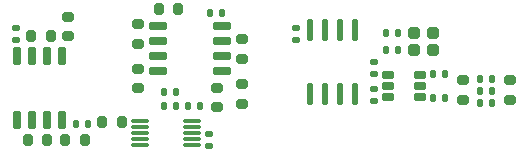
<source format=gbr>
%TF.GenerationSoftware,KiCad,Pcbnew,7.0.7*%
%TF.CreationDate,2023-10-10T17:02:05+13:00*%
%TF.ProjectId,probeDaughterBoard,70726f62-6544-4617-9567-68746572426f,rev?*%
%TF.SameCoordinates,Original*%
%TF.FileFunction,Paste,Top*%
%TF.FilePolarity,Positive*%
%FSLAX46Y46*%
G04 Gerber Fmt 4.6, Leading zero omitted, Abs format (unit mm)*
G04 Created by KiCad (PCBNEW 7.0.7) date 2023-10-10 17:02:05*
%MOMM*%
%LPD*%
G01*
G04 APERTURE LIST*
G04 Aperture macros list*
%AMRoundRect*
0 Rectangle with rounded corners*
0 $1 Rounding radius*
0 $2 $3 $4 $5 $6 $7 $8 $9 X,Y pos of 4 corners*
0 Add a 4 corners polygon primitive as box body*
4,1,4,$2,$3,$4,$5,$6,$7,$8,$9,$2,$3,0*
0 Add four circle primitives for the rounded corners*
1,1,$1+$1,$2,$3*
1,1,$1+$1,$4,$5*
1,1,$1+$1,$6,$7*
1,1,$1+$1,$8,$9*
0 Add four rect primitives between the rounded corners*
20,1,$1+$1,$2,$3,$4,$5,0*
20,1,$1+$1,$4,$5,$6,$7,0*
20,1,$1+$1,$6,$7,$8,$9,0*
20,1,$1+$1,$8,$9,$2,$3,0*%
G04 Aperture macros list end*
%ADD10RoundRect,0.150000X0.400000X0.150000X-0.400000X0.150000X-0.400000X-0.150000X0.400000X-0.150000X0*%
%ADD11RoundRect,0.200000X0.200000X0.275000X-0.200000X0.275000X-0.200000X-0.275000X0.200000X-0.275000X0*%
%ADD12RoundRect,0.135000X-0.185000X0.135000X-0.185000X-0.135000X0.185000X-0.135000X0.185000X0.135000X0*%
%ADD13RoundRect,0.135000X-0.135000X-0.185000X0.135000X-0.185000X0.135000X0.185000X-0.135000X0.185000X0*%
%ADD14RoundRect,0.135000X0.185000X-0.135000X0.185000X0.135000X-0.185000X0.135000X-0.185000X-0.135000X0*%
%ADD15RoundRect,0.200000X0.275000X-0.200000X0.275000X0.200000X-0.275000X0.200000X-0.275000X-0.200000X0*%
%ADD16RoundRect,0.135000X0.135000X0.185000X-0.135000X0.185000X-0.135000X-0.185000X0.135000X-0.185000X0*%
%ADD17RoundRect,0.043333X-0.681667X0.086667X-0.681667X-0.086667X0.681667X-0.086667X0.681667X0.086667X0*%
%ADD18RoundRect,0.100000X-0.200000X-0.675000X0.200000X-0.675000X0.200000X0.675000X-0.200000X0.675000X0*%
%ADD19RoundRect,0.150000X0.325000X0.350000X-0.325000X0.350000X-0.325000X-0.350000X0.325000X-0.350000X0*%
%ADD20RoundRect,0.200000X-0.275000X0.200000X-0.275000X-0.200000X0.275000X-0.200000X0.275000X0.200000X0*%
%ADD21RoundRect,0.100000X-0.675000X0.200000X-0.675000X-0.200000X0.675000X-0.200000X0.675000X0.200000X0*%
%ADD22O,0.568402X1.950216*%
G04 APERTURE END LIST*
D10*
%TO.C,ESD1*%
X33149987Y-8050038D03*
X33149987Y-9000000D03*
X33149987Y-9949962D03*
X35850013Y-9949962D03*
X35850013Y-9000000D03*
X35850013Y-8050038D03*
%TD*%
D11*
%TO.C,R1*%
X7505000Y-13620000D03*
X5855000Y-13620000D03*
%TD*%
D12*
%TO.C,R9*%
X32000000Y-9290000D03*
X32000000Y-10310000D03*
%TD*%
D13*
%TO.C,C9*%
X14190000Y-10700000D03*
X15210000Y-10700000D03*
%TD*%
D14*
%TO.C,R12*%
X32000000Y-8010000D03*
X32000000Y-6990000D03*
%TD*%
D15*
%TO.C,R3*%
X6100000Y-4825000D03*
X6100000Y-3175000D03*
%TD*%
D16*
%TO.C,R13*%
X34010000Y-6000000D03*
X32990000Y-6000000D03*
%TD*%
D17*
%TO.C,ADC1*%
X12200000Y-12000000D03*
X12200000Y-12500127D03*
X12200000Y-13000000D03*
X12200000Y-13500127D03*
X12200000Y-14000000D03*
X16600000Y-14000000D03*
X16600000Y-13500127D03*
X16600000Y-13000000D03*
X16600000Y-12500127D03*
X16600000Y-12000000D03*
%TD*%
D18*
%TO.C,OP1*%
X1795000Y-11900000D03*
X3065000Y-11900000D03*
X4335000Y-11900000D03*
X5605000Y-11900000D03*
X5605000Y-6500000D03*
X4335000Y-6500000D03*
X3065000Y-6500000D03*
X1795000Y-6500000D03*
%TD*%
D11*
%TO.C,R4*%
X4625000Y-4800000D03*
X2975000Y-4800000D03*
%TD*%
D16*
%TO.C,R11*%
X34010000Y-4500000D03*
X32990000Y-4500000D03*
%TD*%
D19*
%TO.C,LED1*%
X35400000Y-4500000D03*
X37000000Y-4500000D03*
%TD*%
D20*
%TO.C,FB1*%
X43500000Y-8512500D03*
X43500000Y-10162500D03*
%TD*%
D19*
%TO.C,LED2*%
X35400000Y-6000000D03*
X37000000Y-6000000D03*
%TD*%
D13*
%TO.C,C6*%
X6740000Y-12250000D03*
X7760000Y-12250000D03*
%TD*%
D16*
%TO.C,C11*%
X17210000Y-10700000D03*
X16190000Y-10700000D03*
%TD*%
D12*
%TO.C,C5*%
X25400000Y-4090000D03*
X25400000Y-5110000D03*
%TD*%
D16*
%TO.C,C3*%
X42010000Y-9437500D03*
X40990000Y-9437500D03*
%TD*%
D14*
%TO.C,C1*%
X1700000Y-5110000D03*
X1700000Y-4090000D03*
%TD*%
D21*
%TO.C,OP2*%
X13700000Y-3960000D03*
X13700000Y-5230000D03*
X13700000Y-6500000D03*
X13700000Y-7770000D03*
X19100000Y-7770000D03*
X19100000Y-6500000D03*
X19100000Y-5230000D03*
X19100000Y-3960000D03*
%TD*%
D22*
%TO.C,EEPROM1*%
X26594996Y-9705105D03*
X27864999Y-9705105D03*
X29135001Y-9705105D03*
X30405004Y-9705105D03*
X30405004Y-4294895D03*
X29135001Y-4294895D03*
X27864999Y-4294895D03*
X26594996Y-4294895D03*
%TD*%
D16*
%TO.C,C10*%
X42010000Y-8437500D03*
X40990000Y-8437500D03*
%TD*%
%TO.C,R14*%
X38010000Y-8000000D03*
X36990000Y-8000000D03*
%TD*%
D12*
%TO.C,C8*%
X18000000Y-13090000D03*
X18000000Y-14110000D03*
%TD*%
D11*
%TO.C,R17*%
X15425000Y-2500000D03*
X13775000Y-2500000D03*
%TD*%
D20*
%TO.C,R5*%
X12000000Y-7575000D03*
X12000000Y-9225000D03*
%TD*%
D16*
%TO.C,C2*%
X19110000Y-2800000D03*
X18090000Y-2800000D03*
%TD*%
D11*
%TO.C,R2*%
X4325000Y-13620000D03*
X2675000Y-13620000D03*
%TD*%
D20*
%TO.C,FB2*%
X39500000Y-8512500D03*
X39500000Y-10162500D03*
%TD*%
D15*
%TO.C,R8*%
X20800000Y-6725000D03*
X20800000Y-5075000D03*
%TD*%
D11*
%TO.C,R18*%
X10625000Y-12100000D03*
X8975000Y-12100000D03*
%TD*%
D16*
%TO.C,R10*%
X38010000Y-10000000D03*
X36990000Y-10000000D03*
%TD*%
D20*
%TO.C,R6*%
X20800000Y-8875000D03*
X20800000Y-10525000D03*
%TD*%
D13*
%TO.C,C7*%
X14190000Y-9500000D03*
X15210000Y-9500000D03*
%TD*%
D15*
%TO.C,R7*%
X12000000Y-5425000D03*
X12000000Y-3775000D03*
%TD*%
%TO.C,R15*%
X18700000Y-10825000D03*
X18700000Y-9175000D03*
%TD*%
D16*
%TO.C,C4*%
X42010000Y-10437500D03*
X40990000Y-10437500D03*
%TD*%
M02*

</source>
